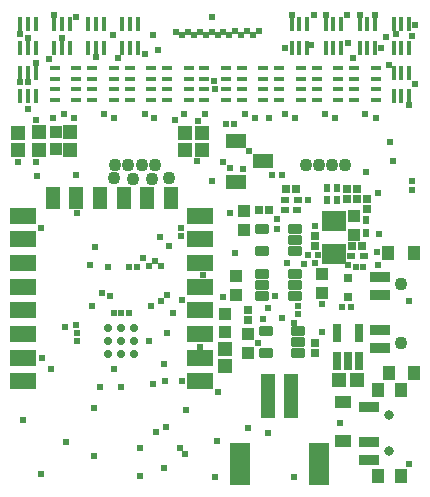
<source format=gbs>
G04*
G04 #@! TF.GenerationSoftware,Altium Limited,Altium Designer,19.1.7 (138)*
G04*
G04 Layer_Color=16711935*
%FSLAX43Y43*%
%MOMM*%
G71*
G01*
G75*
%ADD20R,0.660X0.559*%
%ADD25R,0.559X0.660*%
%ADD54R,2.003X1.803*%
%ADD55R,0.743X0.803*%
%ADD56R,0.803X0.743*%
%ADD67R,1.003X1.203*%
%ADD81R,1.003X1.003*%
%ADD82R,1.133X1.093*%
%ADD85C,0.803*%
%ADD86C,0.606*%
%ADD87C,1.103*%
%ADD88C,0.703*%
%ADD99R,0.356X1.168*%
%ADD109R,0.660X0.762*%
%ADD110R,0.889X0.457*%
%ADD111R,0.660X0.508*%
%ADD112R,1.803X1.203*%
%ADD113R,1.153X1.153*%
%ADD114R,0.803X1.553*%
%ADD115R,1.703X3.603*%
%ADD116R,1.203X3.703*%
G04:AMPARAMS|DCode=117|XSize=0.803mm|YSize=1.203mm|CornerRadius=0.153mm|HoleSize=0mm|Usage=FLASHONLY|Rotation=90.000|XOffset=0mm|YOffset=0mm|HoleType=Round|Shape=RoundedRectangle|*
%AMROUNDEDRECTD117*
21,1,0.803,0.898,0,0,90.0*
21,1,0.498,1.203,0,0,90.0*
1,1,0.305,0.449,0.249*
1,1,0.305,0.449,-0.249*
1,1,0.305,-0.449,-0.249*
1,1,0.305,-0.449,0.249*
%
%ADD117ROUNDEDRECTD117*%
%ADD118R,2.203X1.403*%
%ADD119R,1.303X1.903*%
%ADD120R,1.703X0.903*%
%ADD121R,1.153X1.153*%
%ADD122R,1.423X1.113*%
D20*
X30171Y9425D02*
D03*
X29079D02*
D03*
X24521Y14150D02*
D03*
X23429D02*
D03*
D25*
X27050Y15196D02*
D03*
Y14104D02*
D03*
X27900Y15196D02*
D03*
Y14104D02*
D03*
X30300Y12421D02*
D03*
Y11329D02*
D03*
D54*
X27600Y12400D02*
D03*
Y9600D02*
D03*
D55*
X21236Y13300D02*
D03*
X22100D02*
D03*
X29957Y10250D02*
D03*
X29093D02*
D03*
X24407Y15075D02*
D03*
X23543D02*
D03*
D56*
X28725Y15082D02*
D03*
Y14218D02*
D03*
X29550Y15082D02*
D03*
Y14218D02*
D03*
X26000Y2064D02*
D03*
Y1200D02*
D03*
X26000Y11132D02*
D03*
Y10268D02*
D03*
X20300Y4832D02*
D03*
Y3968D02*
D03*
X30375Y13343D02*
D03*
Y14207D02*
D03*
D67*
X31335Y-1950D02*
D03*
X33265D02*
D03*
Y-9250D02*
D03*
X31335D02*
D03*
X32186Y9680D02*
D03*
X34421D02*
D03*
X32262Y-480D02*
D03*
X34421D02*
D03*
D81*
X4050Y19925D02*
D03*
Y18425D02*
D03*
X18400Y2975D02*
D03*
Y4475D02*
D03*
D82*
X29300Y12745D02*
D03*
Y11205D02*
D03*
X20300Y1230D02*
D03*
Y2770D02*
D03*
X26600Y7840D02*
D03*
Y6300D02*
D03*
X19300Y7670D02*
D03*
Y6130D02*
D03*
X20000Y13170D02*
D03*
Y11630D02*
D03*
D85*
X32300Y-4100D02*
D03*
Y-7100D02*
D03*
D86*
X20750Y28125D02*
D03*
X16750D02*
D03*
X18750D02*
D03*
X17750D02*
D03*
X20251Y28426D02*
D03*
X17250Y28375D02*
D03*
X23475Y27000D02*
D03*
X16250Y28375D02*
D03*
X19750Y28125D02*
D03*
X21250Y28426D02*
D03*
X15750Y28125D02*
D03*
X19125Y20600D02*
D03*
X18250Y28375D02*
D03*
X19251Y28426D02*
D03*
X15250Y28375D02*
D03*
X12725Y26875D02*
D03*
X17250Y29600D02*
D03*
X14251Y28375D02*
D03*
X14750Y28125D02*
D03*
X11225Y-9250D02*
D03*
X18175Y17350D02*
D03*
X20400Y18275D02*
D03*
X17250Y15750D02*
D03*
X5800Y16250D02*
D03*
X29450Y8500D02*
D03*
X28826Y8600D02*
D03*
X30075Y8500D02*
D03*
X31300Y8625D02*
D03*
X26000Y8800D02*
D03*
X7400Y10150D02*
D03*
X11950Y8525D02*
D03*
X12450Y9000D02*
D03*
X13650Y10250D02*
D03*
X11575Y21400D02*
D03*
X16300Y1700D02*
D03*
X14700Y5675D02*
D03*
X2775Y11800D02*
D03*
X11435Y9250D02*
D03*
X12125Y5150D02*
D03*
X1300Y-4500D02*
D03*
X14676Y11126D02*
D03*
X14725Y-1200D02*
D03*
X12300Y-1425D02*
D03*
X2925Y775D02*
D03*
X8650Y6050D02*
D03*
X7100Y5125D02*
D03*
X9600Y4550D02*
D03*
X8950Y4575D02*
D03*
X10250D02*
D03*
X7950Y6275D02*
D03*
X12950Y5625D02*
D03*
X5825Y2900D02*
D03*
X5875Y2200D02*
D03*
X6950Y8675D02*
D03*
X12950Y8525D02*
D03*
X12850Y11000D02*
D03*
X10950Y8475D02*
D03*
X15975Y17475D02*
D03*
X5826Y13001D02*
D03*
X14675Y11750D02*
D03*
X10250Y8500D02*
D03*
X8450Y8475D02*
D03*
X13450Y6075D02*
D03*
X5750Y3600D02*
D03*
X28075Y-4700D02*
D03*
X21200Y2000D02*
D03*
X34000Y5600D02*
D03*
X24250Y-9325D02*
D03*
X17675Y-6300D02*
D03*
X20300Y-5150D02*
D03*
X17750Y-2125D02*
D03*
X34000Y-8200D02*
D03*
X24600Y4460D02*
D03*
X22025Y-5600D02*
D03*
X22600Y6000D02*
D03*
X25375Y9450D02*
D03*
X25100Y8725D02*
D03*
X26276Y9500D02*
D03*
X16525Y7800D02*
D03*
X23625Y8800D02*
D03*
X22775Y12500D02*
D03*
X31250Y9750D02*
D03*
X19258Y9652D02*
D03*
X8950Y-150D02*
D03*
X7325Y-7550D02*
D03*
Y-3500D02*
D03*
X13225Y-8525D02*
D03*
X23225Y16250D02*
D03*
X13954Y4604D02*
D03*
X9600Y-1700D02*
D03*
X13250Y250D02*
D03*
X7800Y-1675D02*
D03*
X13500Y2850D02*
D03*
X11975Y2175D02*
D03*
X32575Y17475D02*
D03*
X28275Y5075D02*
D03*
X26600Y5350D02*
D03*
X27675Y21100D02*
D03*
X34250Y14950D02*
D03*
X30350Y16500D02*
D03*
X24188Y3725D02*
D03*
X19900Y16750D02*
D03*
X24600Y5175D02*
D03*
X25400Y14163D02*
D03*
X22775Y11700D02*
D03*
X22400Y16250D02*
D03*
X34200Y15750D02*
D03*
X31325Y14725D02*
D03*
X20050Y21400D02*
D03*
X31450Y11250D02*
D03*
X21575Y4025D02*
D03*
X22025Y4975D02*
D03*
X18801Y13001D02*
D03*
X31550Y27025D02*
D03*
X2500Y16150D02*
D03*
X5575Y21100D02*
D03*
X16075Y20825D02*
D03*
X26625Y2950D02*
D03*
X29075Y5075D02*
D03*
X17500Y-9325D02*
D03*
X15000Y-7400D02*
D03*
X14600Y-6850D02*
D03*
X2350Y20925D02*
D03*
X34500Y23950D02*
D03*
X17525Y23500D02*
D03*
X12275Y28100D02*
D03*
X13300Y-1200D02*
D03*
X2400Y17350D02*
D03*
X875Y17375D02*
D03*
X13400Y-5050D02*
D03*
X12575Y-5525D02*
D03*
X4850Y3400D02*
D03*
X3625Y-200D02*
D03*
X18250Y5900D02*
D03*
X4950Y-6375D02*
D03*
X11225Y-6825D02*
D03*
X20900Y21100D02*
D03*
X18425Y20600D02*
D03*
X25700Y27225D02*
D03*
X24020Y29780D02*
D03*
X24300Y21100D02*
D03*
X23450Y21400D02*
D03*
X29225Y26175D02*
D03*
X32275Y25575D02*
D03*
X26850Y21400D02*
D03*
X32000Y27925D02*
D03*
X8875Y28075D02*
D03*
X9325Y26125D02*
D03*
X3450Y26050D02*
D03*
X11625Y26500D02*
D03*
X5775Y29601D02*
D03*
X7455Y26275D02*
D03*
X31055Y29775D02*
D03*
X32879Y28161D02*
D03*
X34250Y28050D02*
D03*
X23200Y4175D02*
D03*
X26000Y11975D02*
D03*
X2800Y-9075D02*
D03*
X32375Y19075D02*
D03*
X18800Y16825D02*
D03*
X15075Y-3650D02*
D03*
X17450Y24200D02*
D03*
X16650Y21400D02*
D03*
X22075Y21075D02*
D03*
X14175Y20925D02*
D03*
X25876Y29776D02*
D03*
X28725Y29775D02*
D03*
X34500Y29000D02*
D03*
X1700Y27825D02*
D03*
X1050Y24150D02*
D03*
X1713Y21812D02*
D03*
X1050Y28225D02*
D03*
X28775Y27425D02*
D03*
X1700Y24150D02*
D03*
X31150Y21100D02*
D03*
X30250Y21400D02*
D03*
X14950D02*
D03*
X12400Y21100D02*
D03*
X9000Y21100D02*
D03*
X8175Y21400D02*
D03*
X33950Y22200D02*
D03*
X2350Y25700D02*
D03*
X3804Y21054D02*
D03*
X4750Y21400D02*
D03*
X29775Y29775D02*
D03*
X26900D02*
D03*
X3925D02*
D03*
X4575Y27825D02*
D03*
D87*
X12225Y15950D02*
D03*
X10551Y15951D02*
D03*
X9011Y15975D02*
D03*
X12450Y17075D02*
D03*
X13614Y15975D02*
D03*
X11325Y17075D02*
D03*
X10200D02*
D03*
X9075D02*
D03*
X25200D02*
D03*
X26325D02*
D03*
X27450D02*
D03*
X28575D02*
D03*
X33278Y7060D02*
D03*
Y2060D02*
D03*
D88*
X8500Y3300D02*
D03*
X9600D02*
D03*
X10700D02*
D03*
X8500Y2200D02*
D03*
X9600D02*
D03*
X10700D02*
D03*
X8500Y1100D02*
D03*
X9600D02*
D03*
X10700D02*
D03*
D99*
X2350Y29003D02*
D03*
X1700D02*
D03*
X2350Y27047D02*
D03*
X1700D02*
D03*
X1050Y29003D02*
D03*
Y27047D02*
D03*
X5225Y29003D02*
D03*
X4575D02*
D03*
X5225Y27047D02*
D03*
X4575D02*
D03*
X3925Y29003D02*
D03*
Y27047D02*
D03*
X8100Y29003D02*
D03*
X7450D02*
D03*
X8100Y27047D02*
D03*
X7450D02*
D03*
X6800Y29003D02*
D03*
Y27047D02*
D03*
X10975Y29003D02*
D03*
X10325D02*
D03*
X10975Y27047D02*
D03*
X10325D02*
D03*
X9675Y29003D02*
D03*
Y27047D02*
D03*
X25325Y29003D02*
D03*
X24675D02*
D03*
X25325Y27047D02*
D03*
X24675D02*
D03*
X24025Y29003D02*
D03*
Y27047D02*
D03*
X28200Y29003D02*
D03*
X27550D02*
D03*
X28200Y27047D02*
D03*
X27550D02*
D03*
X26900Y29003D02*
D03*
Y27047D02*
D03*
X31075Y29003D02*
D03*
X30425D02*
D03*
X31075Y27047D02*
D03*
X30425D02*
D03*
X29775Y29003D02*
D03*
Y27047D02*
D03*
X33950Y29003D02*
D03*
X33300D02*
D03*
X33950Y27047D02*
D03*
X33300D02*
D03*
X32650Y29003D02*
D03*
Y27047D02*
D03*
X33950Y24928D02*
D03*
Y22972D02*
D03*
X33300Y24928D02*
D03*
X32650D02*
D03*
Y22972D02*
D03*
X33300D02*
D03*
X1050D02*
D03*
X1700D02*
D03*
X2350D02*
D03*
Y24928D02*
D03*
X1700D02*
D03*
X1050D02*
D03*
D109*
X28825Y5924D02*
D03*
Y7575D02*
D03*
D110*
X29300Y22611D02*
D03*
Y23500D02*
D03*
Y24389D02*
D03*
Y25278D02*
D03*
X31129D02*
D03*
Y24389D02*
D03*
Y23500D02*
D03*
Y22611D02*
D03*
X26136Y22617D02*
D03*
Y23506D02*
D03*
Y24395D02*
D03*
Y25284D02*
D03*
X27964D02*
D03*
Y24395D02*
D03*
Y23506D02*
D03*
Y22617D02*
D03*
X22986D02*
D03*
Y23506D02*
D03*
Y24395D02*
D03*
Y25284D02*
D03*
X24814D02*
D03*
Y24395D02*
D03*
Y23506D02*
D03*
Y22617D02*
D03*
X19811D02*
D03*
Y23506D02*
D03*
Y24395D02*
D03*
Y25284D02*
D03*
X21639D02*
D03*
Y24395D02*
D03*
Y23506D02*
D03*
Y22617D02*
D03*
X16636D02*
D03*
Y23506D02*
D03*
Y24395D02*
D03*
Y25284D02*
D03*
X18464D02*
D03*
Y24395D02*
D03*
Y23506D02*
D03*
Y22617D02*
D03*
X15314Y25284D02*
D03*
Y24395D02*
D03*
Y23506D02*
D03*
Y22617D02*
D03*
X13486D02*
D03*
Y23506D02*
D03*
Y24395D02*
D03*
Y25284D02*
D03*
X12139D02*
D03*
Y24395D02*
D03*
Y23506D02*
D03*
Y22617D02*
D03*
X10311D02*
D03*
Y23506D02*
D03*
Y24395D02*
D03*
Y25284D02*
D03*
X8964D02*
D03*
Y24395D02*
D03*
Y23506D02*
D03*
Y22617D02*
D03*
X7136D02*
D03*
Y23506D02*
D03*
Y24395D02*
D03*
Y25284D02*
D03*
X5800Y25278D02*
D03*
Y24389D02*
D03*
Y23500D02*
D03*
Y22611D02*
D03*
X3971D02*
D03*
Y23500D02*
D03*
Y24389D02*
D03*
Y25278D02*
D03*
D111*
X23433Y13300D02*
D03*
X24500D02*
D03*
D112*
X21575Y17425D02*
D03*
X19275Y15675D02*
D03*
Y19175D02*
D03*
D113*
X16425Y19850D02*
D03*
Y18350D02*
D03*
X15000Y19850D02*
D03*
Y18350D02*
D03*
X18400Y1550D02*
D03*
Y50D02*
D03*
X5250Y19900D02*
D03*
Y18400D02*
D03*
X875Y19850D02*
D03*
Y18350D02*
D03*
X2650Y19875D02*
D03*
Y18375D02*
D03*
D114*
X29725Y515D02*
D03*
X28775D02*
D03*
X27825D02*
D03*
Y2885D02*
D03*
X29725D02*
D03*
D115*
X19650Y-8200D02*
D03*
X26350D02*
D03*
D116*
X22000Y-2450D02*
D03*
X24000D02*
D03*
D117*
X24575Y3050D02*
D03*
Y2100D02*
D03*
Y1150D02*
D03*
X21825D02*
D03*
Y3050D02*
D03*
X21550Y6000D02*
D03*
Y6950D02*
D03*
Y7900D02*
D03*
X24300D02*
D03*
Y6950D02*
D03*
Y6000D02*
D03*
X21550Y11700D02*
D03*
Y9800D02*
D03*
X24300D02*
D03*
Y10750D02*
D03*
Y11700D02*
D03*
D118*
X1300Y-1200D02*
D03*
Y800D02*
D03*
Y2800D02*
D03*
Y4800D02*
D03*
Y6800D02*
D03*
Y8800D02*
D03*
Y10800D02*
D03*
Y12800D02*
D03*
X16300D02*
D03*
Y10800D02*
D03*
Y8800D02*
D03*
Y6800D02*
D03*
Y4800D02*
D03*
Y2800D02*
D03*
Y800D02*
D03*
Y-1200D02*
D03*
D119*
X3800Y14300D02*
D03*
X5800D02*
D03*
X7800D02*
D03*
X9800D02*
D03*
X11800D02*
D03*
X13800D02*
D03*
D120*
X30550Y-6350D02*
D03*
Y-7850D02*
D03*
Y-3350D02*
D03*
X31500Y7600D02*
D03*
Y6096D02*
D03*
Y3100D02*
D03*
Y1600D02*
D03*
D121*
X28050Y-1100D02*
D03*
X29550D02*
D03*
D122*
X28400Y-2965D02*
D03*
Y-6235D02*
D03*
M02*

</source>
